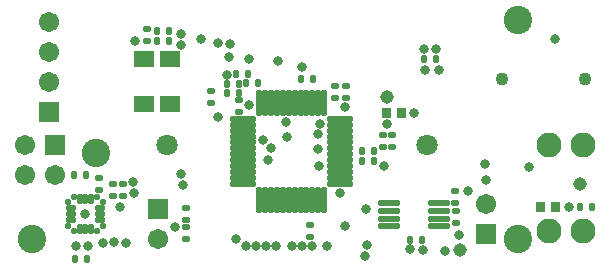
<source format=gbs>
G04 Layer: BottomSolderMaskLayer*
G04 EasyEDA Pro v2.2.35.2, 2025-02-24 01:09:24*
G04 Gerber Generator version 0.3*
G04 Scale: 100 percent, Rotated: No, Reflected: No*
G04 Dimensions in millimeters*
G04 Leading zeros omitted, absolute positions, 4 integers and 5 decimals*
%FSLAX45Y45*%
%MOMM*%
%AMRoundRect*1,1,$1,$2,$3*1,1,$1,$4,$5*1,1,$1,0-$2,0-$3*1,1,$1,0-$4,0-$5*20,1,$1,$2,$3,$4,$5,0*20,1,$1,$4,$5,0-$2,0-$3,0*20,1,$1,0-$2,0-$3,0-$4,0-$5,0*20,1,$1,0-$4,0-$5,$2,$3,0*4,1,4,$2,$3,$4,$5,0-$2,0-$3,0-$4,0-$5,$2,$3,0*%
%ADD10C,2.4032*%
%ADD11C,1.143*%
%ADD12RoundRect,0.1016X0.2032X-0.2667X-0.2032X-0.2667*%
%ADD13RoundRect,0.1016X-0.2667X-0.2032X-0.2667X0.2032*%
%ADD14RoundRect,0.10886X0.32657X-0.39007X-0.32657X-0.39007*%
%ADD15RoundRect,0.1016X-0.2032X0.2667X0.2032X0.2667*%
%ADD16C,1.1032*%
%ADD17C,1.8032*%
%ADD18RoundRect,0.1016X0.2667X0.2032X0.2667X-0.2032*%
%ADD19C,2.1032*%
%ADD20O,0.5032X2.3032*%
%ADD21O,2.3032X0.5032*%
%ADD22O,1.9032X0.5782*%
%ADD23RoundRect,0.1775X-0.76285X-0.61285X-0.76285X0.61285*%
%ADD24RoundRect,0.09789X-0.36456X-0.16456X-0.36456X0.16456*%
%ADD25RoundRect,0.09789X-0.16456X-0.36456X-0.16456X0.36456*%
%ADD26RoundRect,0.09789X-0.16456X-0.16456X-0.16456X0.16456*%
%ADD27RoundRect,0.18154X0.76083X-0.76083X-0.76083X-0.76083*%
%ADD28C,1.7032*%
%ADD29RoundRect,0.18154X-0.76083X-0.76083X-0.76083X0.76083*%
%ADD30RoundRect,0.18154X0.76083X0.76083X0.76083X-0.76083*%
%ADD31C,0.8128*%
G75*


G04 Pad Start*
G54D10*
G01X14430000Y12150000D03*
G01X14430000Y10300000D03*
G01X10313600Y10300000D03*
G01X10860200Y11030900D03*
G54D11*
G01X14960600Y10764520D03*
G01X13319760Y11501120D03*
G01X13936980Y10205720D03*
G54D12*
G01X10683240Y10132060D03*
G01X10784840Y10132060D03*
G54D13*
G01X11831320Y11557000D03*
G01X11831320Y11455400D03*
G54D14*
G01X14630400Y10568940D03*
G01X14757400Y10568940D03*
G54D15*
G01X14958060Y10568940D03*
G01X15059660Y10568940D03*
G54D16*
G01X14300000Y11657400D03*
G01X15000000Y11657400D03*
G54D17*
G01X11463600Y11100000D03*
G01X13663600Y11100000D03*
G54D12*
G01X13737600Y11819940D03*
G01X13636000Y11819940D03*
G54D15*
G01X12045820Y11695480D03*
G01X12147420Y11695480D03*
G01X13111480Y10962640D03*
G01X13213080Y10962640D03*
G01X13111480Y11046460D03*
G01X13213080Y11046460D03*
G54D13*
G01X13901420Y10703560D03*
G01X13901420Y10601960D03*
G54D18*
G01X13906500Y10431780D03*
G01X13906500Y10533380D03*
G54D13*
G01X12066140Y11372900D03*
G01X12066140Y11474500D03*
G54D18*
G01X13285340Y11179860D03*
G01X13285340Y11078260D03*
G01X13366620Y11179860D03*
G01X13366620Y11078260D03*
G54D14*
G01X13318360Y11362740D03*
G01X13445360Y11362740D03*
G54D18*
G01X12881480Y11596420D03*
G01X12881480Y11494820D03*
G01X12975460Y11596420D03*
G01X12975460Y11494820D03*
G01X12673200Y10415320D03*
G01X12673200Y10313720D03*
G54D12*
G01X12231240Y11619280D03*
G01X12129640Y11619280D03*
G54D15*
G01X12693520Y11652300D03*
G01X12591920Y11652300D03*
G54D12*
G01X11374120Y12059920D03*
G01X11475720Y12059920D03*
G01X12068680Y11535460D03*
G01X11967080Y11535460D03*
G54D19*
G01X14694800Y10365300D03*
G01X14694800Y11095300D03*
G01X14984800Y11095300D03*
G01X14984800Y10365300D03*
G54D15*
G01X11375260Y11977420D03*
G01X11476860Y11977420D03*
G01X10675620Y10840720D03*
G01X10777220Y10840720D03*
G54D13*
G01X10881360Y10713720D03*
G01X10881360Y10815320D03*
G01X11005820Y10668000D03*
G01X11005820Y10769600D03*
G01X11084560Y10668000D03*
G01X11084560Y10769600D03*
G54D12*
G01X13622020Y10289540D03*
G01X13520420Y10289540D03*
G54D13*
G01X11617960Y10401300D03*
G01X11617960Y10299700D03*
G54D18*
G01X11617960Y10457180D03*
G01X11617960Y10558780D03*
G54D20*
G01X12240720Y11452700D03*
G01X12290720Y11452700D03*
G01X12340720Y11452700D03*
G01X12390720Y11452700D03*
G01X12440720Y11452700D03*
G01X12490720Y11452700D03*
G01X12540720Y11452700D03*
G01X12590720Y11452700D03*
G01X12640720Y11452700D03*
G01X12690720Y11452700D03*
G01X12740720Y11452700D03*
G01X12790720Y11452700D03*
G54D21*
G01X12925720Y11317700D03*
G01X12925720Y11267700D03*
G01X12925720Y11217700D03*
G01X12925720Y11167700D03*
G01X12925720Y11117700D03*
G01X12925720Y11067700D03*
G01X12925720Y11017700D03*
G01X12925720Y10967700D03*
G01X12925720Y10917700D03*
G01X12925720Y10867700D03*
G01X12925720Y10817700D03*
G01X12925720Y10767700D03*
G54D20*
G01X12790720Y10632700D03*
G01X12740720Y10632700D03*
G01X12690720Y10632700D03*
G01X12640720Y10632700D03*
G01X12590720Y10632700D03*
G01X12540720Y10632700D03*
G01X12490720Y10632700D03*
G01X12440720Y10632700D03*
G01X12390720Y10632700D03*
G01X12340720Y10632700D03*
G01X12290720Y10632700D03*
G01X12240720Y10632700D03*
G54D21*
G01X12105720Y10767700D03*
G01X12105720Y10817700D03*
G01X12105720Y10867700D03*
G01X12105720Y10917700D03*
G01X12105720Y10967700D03*
G01X12105720Y11017700D03*
G01X12105720Y11067700D03*
G01X12105720Y11117700D03*
G01X12105720Y11167700D03*
G01X12105720Y11217700D03*
G01X12105720Y11267700D03*
G01X12105720Y11317700D03*
G54D22*
G01X13762040Y10601720D03*
G01X13762040Y10536720D03*
G01X13762040Y10471720D03*
G01X13762040Y10406720D03*
G01X13342040Y10601720D03*
G01X13342040Y10536720D03*
G01X13342040Y10471720D03*
G01X13342040Y10406720D03*
G54D13*
G01X11286360Y11972340D03*
G01X11286360Y12073940D03*
G54D23*
G01X11264120Y11821660D03*
G01X11484120Y11821660D03*
G01X11264120Y11440660D03*
G01X11484120Y11440660D03*
G54D15*
G01X12066140Y11614200D03*
G01X11964540Y11614200D03*
G54D24*
G01X10644600Y10460520D03*
G01X10644600Y10560520D03*
G01X10644600Y10510520D03*
G01X10894600Y10510520D03*
G01X10894600Y10560520D03*
G01X10894600Y10460520D03*
G54D25*
G01X10769600Y10635520D03*
G01X10769600Y10385520D03*
G01X10819600Y10635520D03*
G01X10719600Y10635520D03*
G01X10819600Y10385520D03*
G01X10719600Y10385520D03*
G54D26*
G01X10914600Y10610520D03*
G01X10914600Y10410520D03*
G01X10869600Y10655520D03*
G01X10869600Y10365520D03*
G01X10669600Y10365520D03*
G01X10624600Y10410520D03*
G01X10624600Y10610520D03*
G01X10669600Y10655520D03*
G54D27*
G01X10507980Y11099800D03*
G54D28*
G01X10507980Y10845800D03*
G01X10253980Y11099800D03*
G01X10253980Y10845800D03*
G01X10459720Y12138660D03*
G01X10459720Y11884660D03*
G01X10459720Y11630660D03*
G54D29*
G01X10459720Y11376660D03*
G54D28*
G01X11386820Y10302240D03*
G54D30*
G01X11386820Y10556240D03*
G54D28*
G01X14160500Y10596880D03*
G54D29*
G01X14160500Y10342880D03*
G04 Pad End*

G04 Via Start*
G54D31*
G01X11112500Y10269220D03*
G01X11013440Y10271760D03*
G01X10916920Y10269220D03*
G01X10685780Y10241280D03*
G01X10792460Y10241300D03*
G01X11064240Y10574020D03*
G01X10769600Y10515600D03*
G01X14523720Y10911840D03*
G01X13760460Y11733580D03*
G01X13640974Y11733686D03*
G01X11887390Y11334404D03*
G01X14861540Y10568940D03*
G01X14163040Y10800080D03*
G01X14150340Y10934700D03*
G01X11529060Y10398760D03*
G01X11181080Y10688320D03*
G01X11581000Y11944400D03*
G01X11581000Y12035840D03*
G01X11192380Y11974880D03*
G01X13624560Y10210800D03*
G01X13520420Y10213340D03*
G01X12688440Y10242600D03*
G01X12810360Y10242600D03*
G01X11591160Y10760760D03*
G01X12398880Y11804700D03*
G01X13735060Y11906300D03*
G01X13636000Y11906300D03*
G01X13150720Y10250220D03*
G01X12734160Y11065560D03*
G01X12746860Y10918240D03*
G01X13929360Y10337800D03*
G01X11995020Y11952020D03*
G01X12149960Y11819940D03*
G01X13318360Y11271300D03*
G01X12274420Y11141760D03*
G01X12477620Y11162080D03*
G01X12751940Y11276380D03*
G01X12736700Y11184940D03*
G01X13813660Y10201960D03*
G01X13140560Y10552480D03*
G01X12602080Y10242600D03*
G01X12965300Y10407700D03*
G01X12383640Y10242600D03*
G01X12149960Y11436400D03*
G01X13554580Y11362740D03*
G01X12515720Y10242600D03*
G01X12216000Y10242600D03*
G01X12132180Y10242600D03*
G01X12299820Y10242600D03*
G01X11578460Y10849660D03*
G01X13132940Y10156240D03*
G01X12337920Y11068100D03*
G01X12467460Y11289080D03*
G01X12962760Y11416080D03*
G01X11967080Y11687860D03*
G01X12315060Y10966500D03*
G01X13292960Y10920780D03*
G01X12040740Y10303560D03*
G01X12927200Y10689640D03*
G01X11743560Y11995200D03*
G01X11888340Y11957100D03*
G01X11987400Y11842800D03*
G01X12604620Y11756440D03*
G01X14747240Y11991340D03*
G01X11176000Y10784840D03*
G01X14008100Y10703560D03*
G04 Via End*

M02*


</source>
